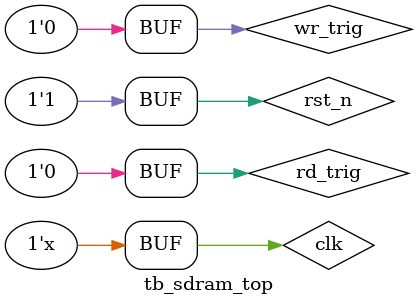
<source format=v>
`timescale 1ns/1ns

module tb_sdram_top();

reg clk;
reg rst_n;

wire				sdram_clk	 ;
wire				sdram_cke	 ;
wire				sdram_cs_n	 ;
wire				sdram_cas_n  ;
wire				sdram_ras_n  ;
wire				sdram_we_n	 ;
wire	[1:0]		sdram_bank	 ;
wire	[11:0]		sdram_addr	 ;
wire	[1:0]		sdram_dqm	 ;
wire	[15:0]		sdram_dq	 ;

reg					wr_trig		 ;
reg					rd_trig		 ;
initial begin
	clk=1;
	rst_n=0;
	#100
	rst_n=1;
end

always #10 clk = ~clk;

initial begin
	wr_trig =	0;
	rd_trig =	0;
	#210_000									//给210us，然后触发写
	wr_trig =	1;
	#20
	wr_trig =	0;
	
	#50_000								//要看写什么时候结束
	rd_trig =   1;
	#20
	rd_trig =   0;
	end








defparam sdram_model_plus_inst.addr_bits =		12;
defparam sdram_model_plus_inst.data_bits = 		16;
defparam sdram_model_plus_inst.col_bits  =		 9;
defparam sdram_model_plus_inst.mem_sizes =		2*1024*1024; //2M

//例化SDRAM模型，等效于连接物理RAM
sdram_model_plus sdram_model_plus_inst(
	.Dq					(sdram_dq		)	,
	.Addr				(sdram_addr		)	, 
	.Ba					(sdram_bank		)	, 
	.Clk				(sdram_clk		)	, 
	.Cke				(sdram_cke		)	, 
	.Cs_n				(sdram_cs_n		)	, 
	.Ras_n				(sdram_ras_n	)	, 
	.Cas_n				(sdram_cas_n	)	, 
	.We_n				(sdram_we_n		)	, 
	.Dqm				(sdram_dqm		)	,
	.Debug				(1'b1			)	
);



sdram_top sdram_top_inst(
	.clk				(clk			),
	.rst_n				(rst_n			),
	.sdram_clk			(sdram_clk		),
	.sdram_cke			(sdram_cke		),
	.sdram_cs_n			(sdram_cs_n		),
	.sdram_cas_n		(sdram_cas_n	),
	.sdram_ras_n		(sdram_ras_n	),
	.sdram_we_n			(sdram_we_n		),
	.sdram_bank			(sdram_bank		),
	.sdram_addr			(sdram_addr		),
	.sdram_dqm			(sdram_dqm		),
	.sdram_dq			(sdram_dq		),
	
	//other
	.wr_trig			(wr_trig)		,
	.rd_trig			(rd_trig)
);


endmodule
</source>
